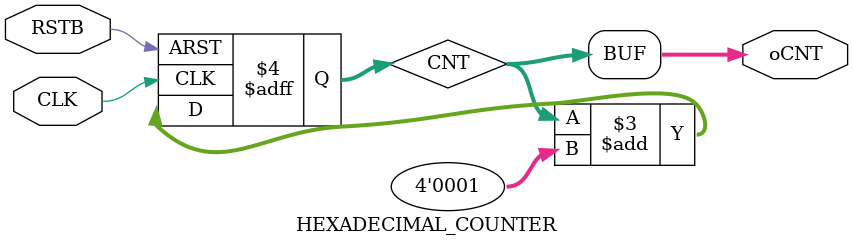
<source format=v>

module HEXADECIMAL_COUNTER_TOP (
    CLK_50,  // 50MHz CLOCK
    RSTB,    // Asynchronous RESET (Negative logic)
    oSEG     // 7SEG output
);

    input          CLK_50;
    input          RSTB;
    output [6:0]   oSEG;
    wire   [3:0]   CNT;     // Counter OUTPUT
    
    SCLK_GEN U0(
        .CLK_IN(CLK_50),
        .CLK_OUT(SCLK)
    );
    
    HEXADECIMAL_COUNTER U1(
        .CLK(SCLK), 
        .RSTB(RSTB), 
        .oCNT(CNT)
    );
    
    SEG7_LUT U2(
        .iDIG(CNT), 
        .oSEG(oSEG)
    );

endmodule


// Hexadecimal (base-16) Counter
module HEXADECIMAL_COUNTER (
    CLK, 
    RSTB, 
    oCNT
);
    
    input          CLK;
    input          RSTB;
    output [3:0]   oCNT;
    
    reg [3:0]      CNT;
    
    assign oCNT = CNT;
    
    always @( posedge CLK or negedge RSTB )
        if ( !RSTB )
            CNT <= 0;
        else
            CNT <= CNT + 4'd1;

endmodule


</source>
